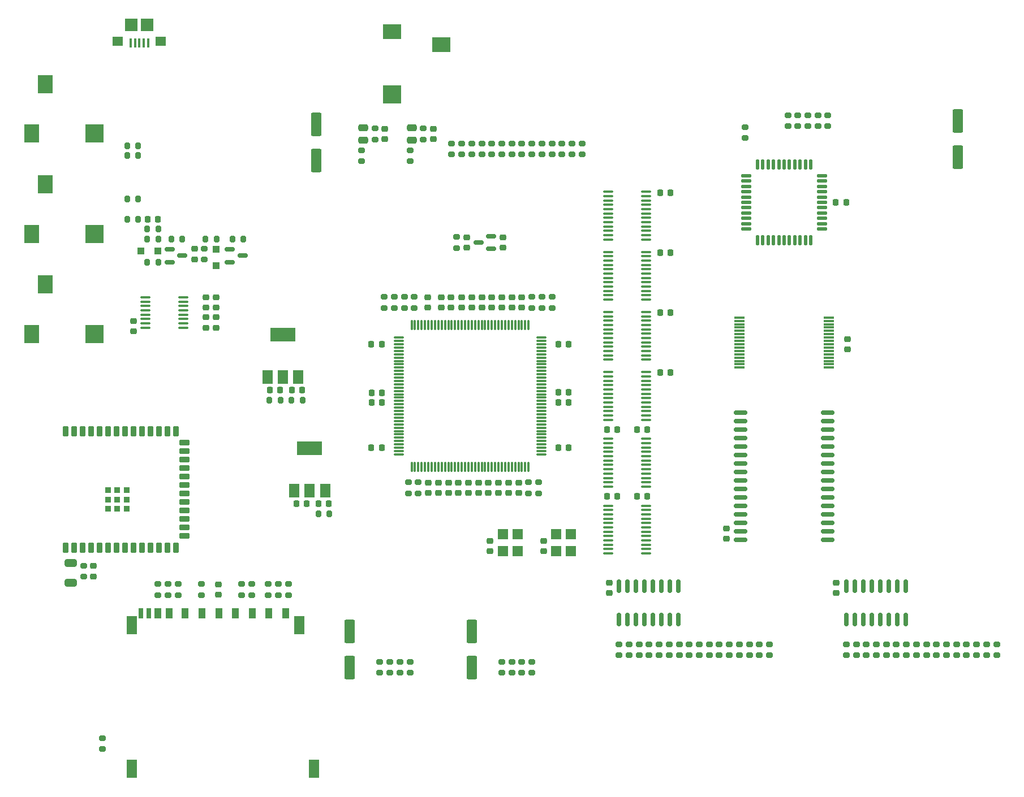
<source format=gtp>
%TF.GenerationSoftware,KiCad,Pcbnew,(6.0.4-0)*%
%TF.CreationDate,2022-05-01T14:36:53+02:00*%
%TF.ProjectId,aquarius-plus,61717561-7269-4757-932d-706c75732e6b,rev?*%
%TF.SameCoordinates,Original*%
%TF.FileFunction,Paste,Top*%
%TF.FilePolarity,Positive*%
%FSLAX46Y46*%
G04 Gerber Fmt 4.6, Leading zero omitted, Abs format (unit mm)*
G04 Created by KiCad (PCBNEW (6.0.4-0)) date 2022-05-01 14:36:53*
%MOMM*%
%LPD*%
G01*
G04 APERTURE LIST*
G04 Aperture macros list*
%AMRoundRect*
0 Rectangle with rounded corners*
0 $1 Rounding radius*
0 $2 $3 $4 $5 $6 $7 $8 $9 X,Y pos of 4 corners*
0 Add a 4 corners polygon primitive as box body*
4,1,4,$2,$3,$4,$5,$6,$7,$8,$9,$2,$3,0*
0 Add four circle primitives for the rounded corners*
1,1,$1+$1,$2,$3*
1,1,$1+$1,$4,$5*
1,1,$1+$1,$6,$7*
1,1,$1+$1,$8,$9*
0 Add four rect primitives between the rounded corners*
20,1,$1+$1,$2,$3,$4,$5,0*
20,1,$1+$1,$4,$5,$6,$7,0*
20,1,$1+$1,$6,$7,$8,$9,0*
20,1,$1+$1,$8,$9,$2,$3,0*%
G04 Aperture macros list end*
%ADD10RoundRect,0.200000X0.275000X-0.200000X0.275000X0.200000X-0.275000X0.200000X-0.275000X-0.200000X0*%
%ADD11RoundRect,0.200000X-0.275000X0.200000X-0.275000X-0.200000X0.275000X-0.200000X0.275000X0.200000X0*%
%ADD12RoundRect,0.225000X0.250000X-0.225000X0.250000X0.225000X-0.250000X0.225000X-0.250000X-0.225000X0*%
%ADD13RoundRect,0.100000X0.637500X0.100000X-0.637500X0.100000X-0.637500X-0.100000X0.637500X-0.100000X0*%
%ADD14RoundRect,0.150000X0.875000X0.150000X-0.875000X0.150000X-0.875000X-0.150000X0.875000X-0.150000X0*%
%ADD15RoundRect,0.225000X-0.250000X0.225000X-0.250000X-0.225000X0.250000X-0.225000X0.250000X0.225000X0*%
%ADD16R,1.500000X2.000000*%
%ADD17R,3.800000X2.000000*%
%ADD18RoundRect,0.075000X-0.662500X-0.075000X0.662500X-0.075000X0.662500X0.075000X-0.662500X0.075000X0*%
%ADD19RoundRect,0.075000X-0.075000X-0.662500X0.075000X-0.662500X0.075000X0.662500X-0.075000X0.662500X0*%
%ADD20RoundRect,0.225000X-0.225000X-0.250000X0.225000X-0.250000X0.225000X0.250000X-0.225000X0.250000X0*%
%ADD21RoundRect,0.225000X0.225000X0.250000X-0.225000X0.250000X-0.225000X-0.250000X0.225000X-0.250000X0*%
%ADD22RoundRect,0.250000X0.475000X-0.250000X0.475000X0.250000X-0.475000X0.250000X-0.475000X-0.250000X0*%
%ADD23RoundRect,0.200000X-0.200000X-0.275000X0.200000X-0.275000X0.200000X0.275000X-0.200000X0.275000X0*%
%ADD24RoundRect,0.150000X-0.587500X-0.150000X0.587500X-0.150000X0.587500X0.150000X-0.587500X0.150000X0*%
%ADD25RoundRect,0.150000X0.587500X0.150000X-0.587500X0.150000X-0.587500X-0.150000X0.587500X-0.150000X0*%
%ADD26RoundRect,0.200000X0.200000X0.275000X-0.200000X0.275000X-0.200000X-0.275000X0.200000X-0.275000X0*%
%ADD27R,2.200000X2.800000*%
%ADD28R,2.800000X2.800000*%
%ADD29R,1.500000X1.600000*%
%ADD30RoundRect,0.100000X-0.637500X-0.100000X0.637500X-0.100000X0.637500X0.100000X-0.637500X0.100000X0*%
%ADD31RoundRect,0.100000X0.100000X0.575000X-0.100000X0.575000X-0.100000X-0.575000X0.100000X-0.575000X0*%
%ADD32R,1.900000X1.900000*%
%ADD33R,1.600000X1.400000*%
%ADD34RoundRect,0.150000X0.150000X-0.825000X0.150000X0.825000X-0.150000X0.825000X-0.150000X-0.825000X0*%
%ADD35RoundRect,0.075000X0.712500X0.075000X-0.712500X0.075000X-0.712500X-0.075000X0.712500X-0.075000X0*%
%ADD36R,1.000000X1.500000*%
%ADD37R,0.700000X1.500000*%
%ADD38R,1.500000X2.800000*%
%ADD39RoundRect,0.137500X0.600000X0.137500X-0.600000X0.137500X-0.600000X-0.137500X0.600000X-0.137500X0*%
%ADD40RoundRect,0.137500X0.137500X0.600000X-0.137500X0.600000X-0.137500X-0.600000X0.137500X-0.600000X0*%
%ADD41RoundRect,0.250000X0.550000X-1.500000X0.550000X1.500000X-0.550000X1.500000X-0.550000X-1.500000X0*%
%ADD42RoundRect,0.250000X-0.550000X1.500000X-0.550000X-1.500000X0.550000X-1.500000X0.550000X1.500000X0*%
%ADD43R,1.000000X1.000000*%
%ADD44RoundRect,0.250000X-0.650000X0.325000X-0.650000X-0.325000X0.650000X-0.325000X0.650000X0.325000X0*%
%ADD45R,2.800000X2.200000*%
%ADD46RoundRect,0.225000X0.225000X0.525000X-0.225000X0.525000X-0.225000X-0.525000X0.225000X-0.525000X0*%
%ADD47RoundRect,0.225000X-0.525000X0.225000X-0.525000X-0.225000X0.525000X-0.225000X0.525000X0.225000X0*%
%ADD48RoundRect,0.225000X-0.225000X-0.525000X0.225000X-0.525000X0.225000X0.525000X-0.225000X0.525000X0*%
%ADD49RoundRect,0.225000X-0.225000X-0.225000X0.225000X-0.225000X0.225000X0.225000X-0.225000X0.225000X0*%
G04 APERTURE END LIST*
D10*
%TO.C,R84*%
X207300000Y-130825000D03*
X207300000Y-129175000D03*
%TD*%
D11*
%TO.C,R69*%
X159800000Y-129175000D03*
X159800000Y-130825000D03*
%TD*%
%TO.C,R49*%
X183550000Y-49925000D03*
X183550000Y-51575000D03*
%TD*%
D12*
%TO.C,C19*%
X140750000Y-78775000D03*
X140750000Y-77225000D03*
%TD*%
D10*
%TO.C,R27*%
X75150000Y-119075000D03*
X75150000Y-117425000D03*
%TD*%
D13*
%TO.C,U3*%
X90112500Y-81775000D03*
X90112500Y-81125000D03*
X90112500Y-80475000D03*
X90112500Y-79825000D03*
X90112500Y-79175000D03*
X90112500Y-78525000D03*
X90112500Y-77875000D03*
X90112500Y-77225000D03*
X84387500Y-77225000D03*
X84387500Y-77875000D03*
X84387500Y-78525000D03*
X84387500Y-79175000D03*
X84387500Y-79825000D03*
X84387500Y-80475000D03*
X84387500Y-81125000D03*
X84387500Y-81775000D03*
%TD*%
D11*
%TO.C,R92*%
X208800000Y-129175000D03*
X208800000Y-130825000D03*
%TD*%
D14*
%TO.C,U10*%
X186550000Y-113525000D03*
X186550000Y-112255000D03*
X186550000Y-110985000D03*
X186550000Y-109715000D03*
X186550000Y-108445000D03*
X186550000Y-107175000D03*
X186550000Y-105905000D03*
X186550000Y-104635000D03*
X186550000Y-103365000D03*
X186550000Y-102095000D03*
X186550000Y-100825000D03*
X186550000Y-99555000D03*
X186550000Y-98285000D03*
X186550000Y-97015000D03*
X186550000Y-95745000D03*
X186550000Y-94475000D03*
X173450000Y-94475000D03*
X173450000Y-95745000D03*
X173450000Y-97015000D03*
X173450000Y-98285000D03*
X173450000Y-99555000D03*
X173450000Y-100825000D03*
X173450000Y-102095000D03*
X173450000Y-103365000D03*
X173450000Y-104635000D03*
X173450000Y-105905000D03*
X173450000Y-107175000D03*
X173450000Y-108445000D03*
X173450000Y-109715000D03*
X173450000Y-110985000D03*
X173450000Y-112255000D03*
X173450000Y-113525000D03*
%TD*%
D11*
%TO.C,R70*%
X156800000Y-129175000D03*
X156800000Y-130825000D03*
%TD*%
%TO.C,R16*%
X104300000Y-120175000D03*
X104300000Y-121825000D03*
%TD*%
D10*
%TO.C,R60*%
X161300000Y-130825000D03*
X161300000Y-129175000D03*
%TD*%
%TO.C,R40*%
X140750000Y-55825000D03*
X140750000Y-54175000D03*
%TD*%
%TO.C,R42*%
X143750000Y-55825000D03*
X143750000Y-54175000D03*
%TD*%
D15*
%TO.C,C10*%
X134250000Y-104975000D03*
X134250000Y-106525000D03*
%TD*%
D10*
%TO.C,R100*%
X131000000Y-69825000D03*
X131000000Y-68175000D03*
%TD*%
%TO.C,R86*%
X201300000Y-130825000D03*
X201300000Y-129175000D03*
%TD*%
D12*
%TO.C,C59*%
X171350000Y-113375000D03*
X171350000Y-111825000D03*
%TD*%
D10*
%TO.C,R59*%
X164300000Y-130825000D03*
X164300000Y-129175000D03*
%TD*%
D12*
%TO.C,C46*%
X127500000Y-53525000D03*
X127500000Y-51975000D03*
%TD*%
D16*
%TO.C,U17*%
X102700000Y-89150000D03*
X105000000Y-89150000D03*
D17*
X105000000Y-82850000D03*
D16*
X107300000Y-89150000D03*
%TD*%
D11*
%TO.C,R17*%
X102800000Y-120175000D03*
X102800000Y-121825000D03*
%TD*%
D15*
%TO.C,C22*%
X138750000Y-104975000D03*
X138750000Y-106525000D03*
%TD*%
D12*
%TO.C,C20*%
X131750000Y-78775000D03*
X131750000Y-77225000D03*
%TD*%
D18*
%TO.C,U1*%
X122337500Y-83250000D03*
X122337500Y-83750000D03*
X122337500Y-84250000D03*
X122337500Y-84750000D03*
X122337500Y-85250000D03*
X122337500Y-85750000D03*
X122337500Y-86250000D03*
X122337500Y-86750000D03*
X122337500Y-87250000D03*
X122337500Y-87750000D03*
X122337500Y-88250000D03*
X122337500Y-88750000D03*
X122337500Y-89250000D03*
X122337500Y-89750000D03*
X122337500Y-90250000D03*
X122337500Y-90750000D03*
X122337500Y-91250000D03*
X122337500Y-91750000D03*
X122337500Y-92250000D03*
X122337500Y-92750000D03*
X122337500Y-93250000D03*
X122337500Y-93750000D03*
X122337500Y-94250000D03*
X122337500Y-94750000D03*
X122337500Y-95250000D03*
X122337500Y-95750000D03*
X122337500Y-96250000D03*
X122337500Y-96750000D03*
X122337500Y-97250000D03*
X122337500Y-97750000D03*
X122337500Y-98250000D03*
X122337500Y-98750000D03*
X122337500Y-99250000D03*
X122337500Y-99750000D03*
X122337500Y-100250000D03*
X122337500Y-100750000D03*
D19*
X124250000Y-102662500D03*
X124750000Y-102662500D03*
X125250000Y-102662500D03*
X125750000Y-102662500D03*
X126250000Y-102662500D03*
X126750000Y-102662500D03*
X127250000Y-102662500D03*
X127750000Y-102662500D03*
X128250000Y-102662500D03*
X128750000Y-102662500D03*
X129250000Y-102662500D03*
X129750000Y-102662500D03*
X130250000Y-102662500D03*
X130750000Y-102662500D03*
X131250000Y-102662500D03*
X131750000Y-102662500D03*
X132250000Y-102662500D03*
X132750000Y-102662500D03*
X133250000Y-102662500D03*
X133750000Y-102662500D03*
X134250000Y-102662500D03*
X134750000Y-102662500D03*
X135250000Y-102662500D03*
X135750000Y-102662500D03*
X136250000Y-102662500D03*
X136750000Y-102662500D03*
X137250000Y-102662500D03*
X137750000Y-102662500D03*
X138250000Y-102662500D03*
X138750000Y-102662500D03*
X139250000Y-102662500D03*
X139750000Y-102662500D03*
X140250000Y-102662500D03*
X140750000Y-102662500D03*
X141250000Y-102662500D03*
X141750000Y-102662500D03*
D18*
X143662500Y-100750000D03*
X143662500Y-100250000D03*
X143662500Y-99750000D03*
X143662500Y-99250000D03*
X143662500Y-98750000D03*
X143662500Y-98250000D03*
X143662500Y-97750000D03*
X143662500Y-97250000D03*
X143662500Y-96750000D03*
X143662500Y-96250000D03*
X143662500Y-95750000D03*
X143662500Y-95250000D03*
X143662500Y-94750000D03*
X143662500Y-94250000D03*
X143662500Y-93750000D03*
X143662500Y-93250000D03*
X143662500Y-92750000D03*
X143662500Y-92250000D03*
X143662500Y-91750000D03*
X143662500Y-91250000D03*
X143662500Y-90750000D03*
X143662500Y-90250000D03*
X143662500Y-89750000D03*
X143662500Y-89250000D03*
X143662500Y-88750000D03*
X143662500Y-88250000D03*
X143662500Y-87750000D03*
X143662500Y-87250000D03*
X143662500Y-86750000D03*
X143662500Y-86250000D03*
X143662500Y-85750000D03*
X143662500Y-85250000D03*
X143662500Y-84750000D03*
X143662500Y-84250000D03*
X143662500Y-83750000D03*
X143662500Y-83250000D03*
D19*
X141750000Y-81337500D03*
X141250000Y-81337500D03*
X140750000Y-81337500D03*
X140250000Y-81337500D03*
X139750000Y-81337500D03*
X139250000Y-81337500D03*
X138750000Y-81337500D03*
X138250000Y-81337500D03*
X137750000Y-81337500D03*
X137250000Y-81337500D03*
X136750000Y-81337500D03*
X136250000Y-81337500D03*
X135750000Y-81337500D03*
X135250000Y-81337500D03*
X134750000Y-81337500D03*
X134250000Y-81337500D03*
X133750000Y-81337500D03*
X133250000Y-81337500D03*
X132750000Y-81337500D03*
X132250000Y-81337500D03*
X131750000Y-81337500D03*
X131250000Y-81337500D03*
X130750000Y-81337500D03*
X130250000Y-81337500D03*
X129750000Y-81337500D03*
X129250000Y-81337500D03*
X128750000Y-81337500D03*
X128250000Y-81337500D03*
X127750000Y-81337500D03*
X127250000Y-81337500D03*
X126750000Y-81337500D03*
X126250000Y-81337500D03*
X125750000Y-81337500D03*
X125250000Y-81337500D03*
X124750000Y-81337500D03*
X124250000Y-81337500D03*
%TD*%
D10*
%TO.C,R35*%
X133250000Y-55825000D03*
X133250000Y-54175000D03*
%TD*%
%TO.C,R3*%
X123750000Y-106575000D03*
X123750000Y-104925000D03*
%TD*%
D20*
%TO.C,C9*%
X146225000Y-91450000D03*
X147775000Y-91450000D03*
%TD*%
D11*
%TO.C,R93*%
X205800000Y-129175000D03*
X205800000Y-130825000D03*
%TD*%
%TO.C,R51*%
X180550000Y-49925000D03*
X180550000Y-51575000D03*
%TD*%
D21*
%TO.C,C65*%
X108575000Y-108150000D03*
X107025000Y-108150000D03*
%TD*%
D11*
%TO.C,R65*%
X171800000Y-129175000D03*
X171800000Y-130825000D03*
%TD*%
D10*
%TO.C,R76*%
X121000000Y-133465000D03*
X121000000Y-131815000D03*
%TD*%
%TO.C,R11*%
X143750000Y-78825000D03*
X143750000Y-77175000D03*
%TD*%
D22*
%TO.C,C49*%
X124250000Y-53700000D03*
X124250000Y-51800000D03*
%TD*%
D11*
%TO.C,R52*%
X186550000Y-49925000D03*
X186550000Y-51575000D03*
%TD*%
D23*
%TO.C,R14*%
X81675000Y-65500000D03*
X83325000Y-65500000D03*
%TD*%
D24*
%TO.C,Q2*%
X97062500Y-70050000D03*
X97062500Y-71950000D03*
X98937500Y-71000000D03*
%TD*%
D15*
%TO.C,C63*%
X132500000Y-68225000D03*
X132500000Y-69775000D03*
%TD*%
D25*
%TO.C,U16*%
X136137500Y-69950000D03*
X136137500Y-68050000D03*
X134262500Y-69000000D03*
%TD*%
D11*
%TO.C,R78*%
X119500000Y-131815000D03*
X119500000Y-133465000D03*
%TD*%
D10*
%TO.C,R8*%
X123150000Y-78825000D03*
X123150000Y-77175000D03*
%TD*%
D15*
%TO.C,C6*%
X135750000Y-104975000D03*
X135750000Y-106525000D03*
%TD*%
D12*
%TO.C,C16*%
X130150000Y-78775000D03*
X130150000Y-77225000D03*
%TD*%
D10*
%TO.C,R2*%
X145250000Y-78825000D03*
X145250000Y-77175000D03*
%TD*%
%TO.C,R71*%
X116750000Y-56825000D03*
X116750000Y-55175000D03*
%TD*%
D26*
%TO.C,R21*%
X83325000Y-54500000D03*
X81675000Y-54500000D03*
%TD*%
D27*
%TO.C,J1*%
X69400000Y-60300000D03*
X67400000Y-67700000D03*
D28*
X76800000Y-67700000D03*
%TD*%
D23*
%TO.C,R15*%
X81675000Y-62500000D03*
X83325000Y-62500000D03*
%TD*%
D11*
%TO.C,R95*%
X199800000Y-129175000D03*
X199800000Y-130825000D03*
%TD*%
D15*
%TO.C,C66*%
X137900000Y-68225000D03*
X137900000Y-69775000D03*
%TD*%
D12*
%TO.C,C34*%
X95300000Y-121775000D03*
X95300000Y-120225000D03*
%TD*%
D21*
%TO.C,C62*%
X111875000Y-108150000D03*
X110325000Y-108150000D03*
%TD*%
D10*
%TO.C,R55*%
X176300000Y-130825000D03*
X176300000Y-129175000D03*
%TD*%
D20*
%TO.C,C42*%
X161425000Y-79550000D03*
X162975000Y-79550000D03*
%TD*%
D10*
%TO.C,R56*%
X173300000Y-130825000D03*
X173300000Y-129175000D03*
%TD*%
D29*
%TO.C,X2*%
X140100000Y-115270000D03*
X140100000Y-112730000D03*
X137900000Y-112730000D03*
X137900000Y-115270000D03*
%TD*%
D23*
%TO.C,R29*%
X84675000Y-72000000D03*
X86325000Y-72000000D03*
%TD*%
D21*
%TO.C,C60*%
X159500000Y-107000000D03*
X157950000Y-107000000D03*
%TD*%
D12*
%TO.C,C31*%
X93500000Y-81775000D03*
X93500000Y-80225000D03*
%TD*%
D10*
%TO.C,R5*%
X120150000Y-78825000D03*
X120150000Y-77175000D03*
%TD*%
D30*
%TO.C,U11*%
X153637500Y-98425000D03*
X153637500Y-99075000D03*
X153637500Y-99725000D03*
X153637500Y-100375000D03*
X153637500Y-101025000D03*
X153637500Y-101675000D03*
X153637500Y-102325000D03*
X153637500Y-102975000D03*
X153637500Y-103625000D03*
X153637500Y-104275000D03*
X153637500Y-104925000D03*
X153637500Y-105575000D03*
X159362500Y-105575000D03*
X159362500Y-104925000D03*
X159362500Y-104275000D03*
X159362500Y-103625000D03*
X159362500Y-102975000D03*
X159362500Y-102325000D03*
X159362500Y-101675000D03*
X159362500Y-101025000D03*
X159362500Y-100375000D03*
X159362500Y-99725000D03*
X159362500Y-99075000D03*
X159362500Y-98425000D03*
%TD*%
D15*
%TO.C,C38*%
X95000000Y-80225000D03*
X95000000Y-81775000D03*
%TD*%
D10*
%TO.C,R46*%
X149750000Y-55825000D03*
X149750000Y-54175000D03*
%TD*%
D23*
%TO.C,R99*%
X110275000Y-109650000D03*
X111925000Y-109650000D03*
%TD*%
D10*
%TO.C,R41*%
X142250000Y-55825000D03*
X142250000Y-54175000D03*
%TD*%
D11*
%TO.C,R13*%
X98800000Y-120175000D03*
X98800000Y-121825000D03*
%TD*%
%TO.C,R81*%
X118750000Y-51925000D03*
X118750000Y-53575000D03*
%TD*%
D10*
%TO.C,R34*%
X131750000Y-55825000D03*
X131750000Y-54175000D03*
%TD*%
%TO.C,R75*%
X122500000Y-133465000D03*
X122500000Y-131815000D03*
%TD*%
D15*
%TO.C,C1*%
X129750000Y-104975000D03*
X129750000Y-106525000D03*
%TD*%
%TO.C,C7*%
X137250000Y-104975000D03*
X137250000Y-106525000D03*
%TD*%
D12*
%TO.C,C26*%
X139250000Y-78775000D03*
X139250000Y-77225000D03*
%TD*%
D11*
%TO.C,R67*%
X165800000Y-129175000D03*
X165800000Y-130825000D03*
%TD*%
D12*
%TO.C,C25*%
X134750000Y-78775000D03*
X134750000Y-77225000D03*
%TD*%
D11*
%TO.C,R30*%
X93250000Y-69925000D03*
X93250000Y-71575000D03*
%TD*%
D10*
%TO.C,R24*%
X86300000Y-121825000D03*
X86300000Y-120175000D03*
%TD*%
D31*
%TO.C,J13*%
X84800000Y-39125000D03*
X84150000Y-39125000D03*
X83500000Y-39125000D03*
X82850000Y-39125000D03*
X82200000Y-39125000D03*
D32*
X82300000Y-36450000D03*
D33*
X86700000Y-38900000D03*
D32*
X84700000Y-36450000D03*
D33*
X80300000Y-38900000D03*
%TD*%
D11*
%TO.C,R48*%
X185050000Y-49925000D03*
X185050000Y-51575000D03*
%TD*%
%TO.C,R97*%
X193800000Y-129175000D03*
X193800000Y-130825000D03*
%TD*%
%TO.C,R63*%
X177800000Y-129175000D03*
X177800000Y-130825000D03*
%TD*%
D16*
%TO.C,U15*%
X106700000Y-106150000D03*
X109000000Y-106150000D03*
D17*
X109000000Y-99850000D03*
D16*
X111300000Y-106150000D03*
%TD*%
D11*
%TO.C,R94*%
X202800000Y-129175000D03*
X202800000Y-130825000D03*
%TD*%
D10*
%TO.C,R39*%
X139250000Y-55825000D03*
X139250000Y-54175000D03*
%TD*%
D20*
%TO.C,C35*%
X161450000Y-61550000D03*
X163000000Y-61550000D03*
%TD*%
D26*
%TO.C,R25*%
X86325000Y-67000000D03*
X84675000Y-67000000D03*
%TD*%
D15*
%TO.C,C23*%
X132750000Y-104975000D03*
X132750000Y-106525000D03*
%TD*%
D21*
%TO.C,C13*%
X119775000Y-99750000D03*
X118225000Y-99750000D03*
%TD*%
D12*
%TO.C,C55*%
X189500000Y-85025000D03*
X189500000Y-83475000D03*
%TD*%
%TO.C,C11*%
X136250000Y-78775000D03*
X136250000Y-77225000D03*
%TD*%
D27*
%TO.C,J4*%
X69400000Y-75300000D03*
X67400000Y-82700000D03*
D28*
X76800000Y-82700000D03*
%TD*%
D24*
%TO.C,Q1*%
X88062500Y-70050000D03*
X88062500Y-71950000D03*
X89937500Y-71000000D03*
%TD*%
D10*
%TO.C,R43*%
X145250000Y-55825000D03*
X145250000Y-54175000D03*
%TD*%
%TO.C,R44*%
X146750000Y-55825000D03*
X146750000Y-54175000D03*
%TD*%
%TO.C,R62*%
X155300000Y-130825000D03*
X155300000Y-129175000D03*
%TD*%
D11*
%TO.C,R6*%
X125250000Y-104925000D03*
X125250000Y-106575000D03*
%TD*%
%TO.C,R7*%
X141750000Y-104925000D03*
X141750000Y-106575000D03*
%TD*%
D23*
%TO.C,R102*%
X102975000Y-92650000D03*
X104625000Y-92650000D03*
%TD*%
D15*
%TO.C,C36*%
X76650000Y-117475000D03*
X76650000Y-119025000D03*
%TD*%
D34*
%TO.C,U12*%
X189305000Y-125475000D03*
X190575000Y-125475000D03*
X191845000Y-125475000D03*
X193115000Y-125475000D03*
X194385000Y-125475000D03*
X195655000Y-125475000D03*
X196925000Y-125475000D03*
X198195000Y-125475000D03*
X198195000Y-120525000D03*
X196925000Y-120525000D03*
X195655000Y-120525000D03*
X194385000Y-120525000D03*
X193115000Y-120525000D03*
X191845000Y-120525000D03*
X190575000Y-120525000D03*
X189305000Y-120525000D03*
%TD*%
D35*
%TO.C,U13*%
X186687500Y-87750000D03*
X186687500Y-87250000D03*
X186687500Y-86750000D03*
X186687500Y-86250000D03*
X186687500Y-85750000D03*
X186687500Y-85250000D03*
X186687500Y-84750000D03*
X186687500Y-84250000D03*
X186687500Y-83750000D03*
X186687500Y-83250000D03*
X186687500Y-82750000D03*
X186687500Y-82250000D03*
X186687500Y-81750000D03*
X186687500Y-81250000D03*
X186687500Y-80750000D03*
X186687500Y-80250000D03*
X173312500Y-80250000D03*
X173312500Y-80750000D03*
X173312500Y-81250000D03*
X173312500Y-81750000D03*
X173312500Y-82250000D03*
X173312500Y-82750000D03*
X173312500Y-83250000D03*
X173312500Y-83750000D03*
X173312500Y-84250000D03*
X173312500Y-84750000D03*
X173312500Y-85250000D03*
X173312500Y-85750000D03*
X173312500Y-86250000D03*
X173312500Y-86750000D03*
X173312500Y-87250000D03*
X173312500Y-87750000D03*
%TD*%
D10*
%TO.C,R90*%
X189300000Y-130825000D03*
X189300000Y-129175000D03*
%TD*%
D23*
%TO.C,R26*%
X84675000Y-68500000D03*
X86325000Y-68500000D03*
%TD*%
D11*
%TO.C,R54*%
X78000000Y-143225000D03*
X78000000Y-144875000D03*
%TD*%
D36*
%TO.C,J3*%
X102875000Y-124525000D03*
X100375000Y-124525000D03*
X97875000Y-124525000D03*
X95375000Y-124525000D03*
X92875000Y-124525000D03*
X90375000Y-124525000D03*
X87945000Y-124525000D03*
X86245000Y-124525000D03*
X105375000Y-124525000D03*
D37*
X84945000Y-124525000D03*
X83745000Y-124525000D03*
D38*
X107450000Y-126325000D03*
X109650000Y-147825000D03*
X82350000Y-126325000D03*
X82350000Y-147825000D03*
%TD*%
D11*
%TO.C,R80*%
X124000000Y-131815000D03*
X124000000Y-133465000D03*
%TD*%
D15*
%TO.C,C58*%
X187800000Y-119975000D03*
X187800000Y-121525000D03*
%TD*%
D10*
%TO.C,R57*%
X170300000Y-130825000D03*
X170300000Y-129175000D03*
%TD*%
D11*
%TO.C,R19*%
X92800000Y-120175000D03*
X92800000Y-121825000D03*
%TD*%
%TO.C,R64*%
X174800000Y-129175000D03*
X174800000Y-130825000D03*
%TD*%
D20*
%TO.C,C44*%
X187725000Y-63000000D03*
X189275000Y-63000000D03*
%TD*%
D11*
%TO.C,R50*%
X182050000Y-49925000D03*
X182050000Y-51575000D03*
%TD*%
D39*
%TO.C,U7*%
X185662500Y-67000000D03*
X185662500Y-66200000D03*
X185662500Y-65400000D03*
X185662500Y-64600000D03*
X185662500Y-63800000D03*
X185662500Y-63000000D03*
X185662500Y-62200000D03*
X185662500Y-61400000D03*
X185662500Y-60600000D03*
X185662500Y-59800000D03*
X185662500Y-59000000D03*
D40*
X184000000Y-57337500D03*
X183200000Y-57337500D03*
X182400000Y-57337500D03*
X181600000Y-57337500D03*
X180800000Y-57337500D03*
X180000000Y-57337500D03*
X179200000Y-57337500D03*
X178400000Y-57337500D03*
X177600000Y-57337500D03*
X176800000Y-57337500D03*
X176000000Y-57337500D03*
D39*
X174337500Y-59000000D03*
X174337500Y-59800000D03*
X174337500Y-60600000D03*
X174337500Y-61400000D03*
X174337500Y-62200000D03*
X174337500Y-63000000D03*
X174337500Y-63800000D03*
X174337500Y-64600000D03*
X174337500Y-65400000D03*
X174337500Y-66200000D03*
X174337500Y-67000000D03*
D40*
X176000000Y-68662500D03*
X176800000Y-68662500D03*
X177600000Y-68662500D03*
X178400000Y-68662500D03*
X179200000Y-68662500D03*
X180000000Y-68662500D03*
X180800000Y-68662500D03*
X181600000Y-68662500D03*
X182400000Y-68662500D03*
X183200000Y-68662500D03*
X184000000Y-68662500D03*
%TD*%
D26*
%TO.C,R31*%
X95075000Y-68500000D03*
X93425000Y-68500000D03*
%TD*%
D10*
%TO.C,R74*%
X139250000Y-133465000D03*
X139250000Y-131815000D03*
%TD*%
D11*
%TO.C,R96*%
X196800000Y-129175000D03*
X196800000Y-130825000D03*
%TD*%
D30*
%TO.C,U6*%
X153637500Y-88425000D03*
X153637500Y-89075000D03*
X153637500Y-89725000D03*
X153637500Y-90375000D03*
X153637500Y-91025000D03*
X153637500Y-91675000D03*
X153637500Y-92325000D03*
X153637500Y-92975000D03*
X153637500Y-93625000D03*
X153637500Y-94275000D03*
X153637500Y-94925000D03*
X153637500Y-95575000D03*
X159362500Y-95575000D03*
X159362500Y-94925000D03*
X159362500Y-94275000D03*
X159362500Y-93625000D03*
X159362500Y-92975000D03*
X159362500Y-92325000D03*
X159362500Y-91675000D03*
X159362500Y-91025000D03*
X159362500Y-90375000D03*
X159362500Y-89725000D03*
X159362500Y-89075000D03*
X159362500Y-88425000D03*
%TD*%
D12*
%TO.C,C30*%
X136000000Y-115275000D03*
X136000000Y-113725000D03*
%TD*%
D10*
%TO.C,R85*%
X204300000Y-130825000D03*
X204300000Y-129175000D03*
%TD*%
D21*
%TO.C,C5*%
X119800000Y-93000000D03*
X118250000Y-93000000D03*
%TD*%
D10*
%TO.C,R72*%
X124000000Y-56825000D03*
X124000000Y-55175000D03*
%TD*%
D20*
%TO.C,C52*%
X153475000Y-97000000D03*
X155025000Y-97000000D03*
%TD*%
D30*
%TO.C,U2*%
X153637500Y-61425000D03*
X153637500Y-62075000D03*
X153637500Y-62725000D03*
X153637500Y-63375000D03*
X153637500Y-64025000D03*
X153637500Y-64675000D03*
X153637500Y-65325000D03*
X153637500Y-65975000D03*
X153637500Y-66625000D03*
X153637500Y-67275000D03*
X153637500Y-67925000D03*
X153637500Y-68575000D03*
X159362500Y-68575000D03*
X159362500Y-67925000D03*
X159362500Y-67275000D03*
X159362500Y-66625000D03*
X159362500Y-65975000D03*
X159362500Y-65325000D03*
X159362500Y-64675000D03*
X159362500Y-64025000D03*
X159362500Y-63375000D03*
X159362500Y-62725000D03*
X159362500Y-62075000D03*
X159362500Y-61425000D03*
%TD*%
D10*
%TO.C,R88*%
X195300000Y-130825000D03*
X195300000Y-129175000D03*
%TD*%
%TO.C,R89*%
X192300000Y-130825000D03*
X192300000Y-129175000D03*
%TD*%
D11*
%TO.C,R18*%
X100300000Y-120175000D03*
X100300000Y-121825000D03*
%TD*%
D10*
%TO.C,R38*%
X137750000Y-55825000D03*
X137750000Y-54175000D03*
%TD*%
%TO.C,R36*%
X134750000Y-55825000D03*
X134750000Y-54175000D03*
%TD*%
D12*
%TO.C,C32*%
X93500000Y-78775000D03*
X93500000Y-77225000D03*
%TD*%
D41*
%TO.C,C53*%
X133250000Y-132700000D03*
X133250000Y-127300000D03*
%TD*%
D11*
%TO.C,R82*%
X126000000Y-51925000D03*
X126000000Y-53575000D03*
%TD*%
D20*
%TO.C,C33*%
X84725000Y-65500000D03*
X86275000Y-65500000D03*
%TD*%
D26*
%TO.C,R23*%
X83325000Y-56000000D03*
X81675000Y-56000000D03*
%TD*%
D11*
%TO.C,R91*%
X211800000Y-129175000D03*
X211800000Y-130825000D03*
%TD*%
D21*
%TO.C,C8*%
X119800000Y-91500000D03*
X118250000Y-91500000D03*
%TD*%
D11*
%TO.C,R77*%
X137750000Y-131815000D03*
X137750000Y-133465000D03*
%TD*%
D20*
%TO.C,C43*%
X161425000Y-88500000D03*
X162975000Y-88500000D03*
%TD*%
D21*
%TO.C,C56*%
X159525000Y-97000000D03*
X157975000Y-97000000D03*
%TD*%
D42*
%TO.C,C54*%
X110000000Y-51300000D03*
X110000000Y-56700000D03*
%TD*%
D15*
%TO.C,C18*%
X126750000Y-104975000D03*
X126750000Y-106525000D03*
%TD*%
D34*
%TO.C,U9*%
X155305000Y-125475000D03*
X156575000Y-125475000D03*
X157845000Y-125475000D03*
X159115000Y-125475000D03*
X160385000Y-125475000D03*
X161655000Y-125475000D03*
X162925000Y-125475000D03*
X164195000Y-125475000D03*
X164195000Y-120525000D03*
X162925000Y-120525000D03*
X161655000Y-120525000D03*
X160385000Y-120525000D03*
X159115000Y-120525000D03*
X157845000Y-120525000D03*
X156575000Y-120525000D03*
X155305000Y-120525000D03*
%TD*%
D12*
%TO.C,C41*%
X82600000Y-82325000D03*
X82600000Y-80775000D03*
%TD*%
D10*
%TO.C,R9*%
X143250000Y-106575000D03*
X143250000Y-104925000D03*
%TD*%
D12*
%TO.C,C45*%
X120250000Y-53525000D03*
X120250000Y-51975000D03*
%TD*%
D43*
%TO.C,D2*%
X95000000Y-70000000D03*
X95000000Y-72500000D03*
%TD*%
D29*
%TO.C,X1*%
X148100000Y-115270000D03*
X148100000Y-112730000D03*
X145900000Y-112730000D03*
X145900000Y-115270000D03*
%TD*%
D11*
%TO.C,R66*%
X168800000Y-129175000D03*
X168800000Y-130825000D03*
%TD*%
D10*
%TO.C,R10*%
X124650000Y-78825000D03*
X124650000Y-77175000D03*
%TD*%
D12*
%TO.C,C40*%
X91750000Y-71525000D03*
X91750000Y-69975000D03*
%TD*%
D10*
%TO.C,R1*%
X142250000Y-78825000D03*
X142250000Y-77175000D03*
%TD*%
D41*
%TO.C,C47*%
X115000000Y-132700000D03*
X115000000Y-127300000D03*
%TD*%
D11*
%TO.C,R98*%
X190800000Y-129175000D03*
X190800000Y-130825000D03*
%TD*%
D30*
%TO.C,U4*%
X153637500Y-79425000D03*
X153637500Y-80075000D03*
X153637500Y-80725000D03*
X153637500Y-81375000D03*
X153637500Y-82025000D03*
X153637500Y-82675000D03*
X153637500Y-83325000D03*
X153637500Y-83975000D03*
X153637500Y-84625000D03*
X153637500Y-85275000D03*
X153637500Y-85925000D03*
X153637500Y-86575000D03*
X159362500Y-86575000D03*
X159362500Y-85925000D03*
X159362500Y-85275000D03*
X159362500Y-84625000D03*
X159362500Y-83975000D03*
X159362500Y-83325000D03*
X159362500Y-82675000D03*
X159362500Y-82025000D03*
X159362500Y-81375000D03*
X159362500Y-80725000D03*
X159362500Y-80075000D03*
X159362500Y-79425000D03*
%TD*%
D20*
%TO.C,C57*%
X153475000Y-107000000D03*
X155025000Y-107000000D03*
%TD*%
D44*
%TO.C,C37*%
X73250000Y-117025000D03*
X73250000Y-119975000D03*
%TD*%
D15*
%TO.C,C39*%
X95000000Y-77225000D03*
X95000000Y-78775000D03*
%TD*%
D45*
%TO.C,J10*%
X128700000Y-39400000D03*
X121300000Y-37400000D03*
D28*
X121300000Y-46800000D03*
%TD*%
D12*
%TO.C,C24*%
X133250000Y-78775000D03*
X133250000Y-77225000D03*
%TD*%
%TO.C,C17*%
X128650000Y-78775000D03*
X128650000Y-77225000D03*
%TD*%
D11*
%TO.C,R12*%
X89300000Y-120175000D03*
X89300000Y-121825000D03*
%TD*%
D12*
%TO.C,C29*%
X144000000Y-115275000D03*
X144000000Y-113725000D03*
%TD*%
D21*
%TO.C,C64*%
X107875000Y-91150000D03*
X106325000Y-91150000D03*
%TD*%
D12*
%TO.C,C12*%
X137750000Y-78775000D03*
X137750000Y-77225000D03*
%TD*%
D26*
%TO.C,R32*%
X99075000Y-68500000D03*
X97425000Y-68500000D03*
%TD*%
D23*
%TO.C,R101*%
X106275000Y-92650000D03*
X107925000Y-92650000D03*
%TD*%
D10*
%TO.C,R33*%
X130250000Y-55825000D03*
X130250000Y-54175000D03*
%TD*%
D12*
%TO.C,C28*%
X126650000Y-78775000D03*
X126650000Y-77225000D03*
%TD*%
D10*
%TO.C,R45*%
X148250000Y-55825000D03*
X148250000Y-54175000D03*
%TD*%
D46*
%TO.C,U5*%
X72490000Y-114750000D03*
X73760000Y-114750000D03*
X75030000Y-114750000D03*
X76300000Y-114750000D03*
X77570000Y-114750000D03*
X78840000Y-114750000D03*
X80110000Y-114750000D03*
X81380000Y-114750000D03*
X82650000Y-114750000D03*
X83920000Y-114750000D03*
X85190000Y-114750000D03*
X86460000Y-114750000D03*
X87730000Y-114750000D03*
X89000000Y-114750000D03*
D47*
X90250000Y-112985000D03*
X90250000Y-111715000D03*
X90250000Y-110445000D03*
X90250000Y-109175000D03*
X90250000Y-107905000D03*
X90250000Y-106635000D03*
X90250000Y-105365000D03*
X90250000Y-104095000D03*
X90250000Y-102825000D03*
X90250000Y-101555000D03*
X90250000Y-100285000D03*
X90250000Y-99015000D03*
D48*
X89000000Y-97250000D03*
X87730000Y-97250000D03*
X86460000Y-97250000D03*
X85190000Y-97250000D03*
X83920000Y-97250000D03*
X82650000Y-97250000D03*
X81380000Y-97250000D03*
X80110000Y-97250000D03*
X78840000Y-97250000D03*
X77570000Y-97250000D03*
X76300000Y-97250000D03*
X75030000Y-97250000D03*
X73760000Y-97250000D03*
X72490000Y-97250000D03*
D49*
X80210000Y-107500000D03*
X78810000Y-107500000D03*
X78810000Y-108900000D03*
X81610000Y-106100000D03*
X80210000Y-106100000D03*
X78810000Y-106100000D03*
X80210000Y-108900000D03*
X81610000Y-107500000D03*
X81610000Y-108900000D03*
%TD*%
D10*
%TO.C,R58*%
X167300000Y-130825000D03*
X167300000Y-129175000D03*
%TD*%
D21*
%TO.C,C67*%
X104575000Y-91150000D03*
X103025000Y-91150000D03*
%TD*%
%TO.C,C3*%
X119775000Y-84250000D03*
X118225000Y-84250000D03*
%TD*%
D11*
%TO.C,R4*%
X121650000Y-77175000D03*
X121650000Y-78825000D03*
%TD*%
D20*
%TO.C,C4*%
X146225000Y-99750000D03*
X147775000Y-99750000D03*
%TD*%
D11*
%TO.C,R47*%
X174150000Y-51725000D03*
X174150000Y-53375000D03*
%TD*%
D15*
%TO.C,C51*%
X153800000Y-119975000D03*
X153800000Y-121525000D03*
%TD*%
D30*
%TO.C,U14*%
X153637500Y-108425000D03*
X153637500Y-109075000D03*
X153637500Y-109725000D03*
X153637500Y-110375000D03*
X153637500Y-111025000D03*
X153637500Y-111675000D03*
X153637500Y-112325000D03*
X153637500Y-112975000D03*
X153637500Y-113625000D03*
X153637500Y-114275000D03*
X153637500Y-114925000D03*
X153637500Y-115575000D03*
X159362500Y-115575000D03*
X159362500Y-114925000D03*
X159362500Y-114275000D03*
X159362500Y-113625000D03*
X159362500Y-112975000D03*
X159362500Y-112325000D03*
X159362500Y-111675000D03*
X159362500Y-111025000D03*
X159362500Y-110375000D03*
X159362500Y-109725000D03*
X159362500Y-109075000D03*
X159362500Y-108425000D03*
%TD*%
D10*
%TO.C,R61*%
X158300000Y-130825000D03*
X158300000Y-129175000D03*
%TD*%
D15*
%TO.C,C2*%
X128250000Y-104975000D03*
X128250000Y-106525000D03*
%TD*%
D20*
%TO.C,C50*%
X161425000Y-70500000D03*
X162975000Y-70500000D03*
%TD*%
D10*
%TO.C,R73*%
X140750000Y-133465000D03*
X140750000Y-131815000D03*
%TD*%
D27*
%TO.C,J2*%
X69400000Y-45300000D03*
X67400000Y-52700000D03*
D28*
X76800000Y-52700000D03*
%TD*%
D22*
%TO.C,C48*%
X117000000Y-53700000D03*
X117000000Y-51800000D03*
%TD*%
D10*
%TO.C,R22*%
X105800000Y-121825000D03*
X105800000Y-120175000D03*
%TD*%
%TO.C,R83*%
X210300000Y-130825000D03*
X210300000Y-129175000D03*
%TD*%
%TO.C,R87*%
X198300000Y-130825000D03*
X198300000Y-129175000D03*
%TD*%
D11*
%TO.C,R20*%
X87800000Y-120175000D03*
X87800000Y-121825000D03*
%TD*%
D26*
%TO.C,R28*%
X89925000Y-68500000D03*
X88275000Y-68500000D03*
%TD*%
D20*
%TO.C,C14*%
X146225000Y-84250000D03*
X147775000Y-84250000D03*
%TD*%
D42*
%TO.C,C61*%
X206000000Y-50800000D03*
X206000000Y-56200000D03*
%TD*%
D10*
%TO.C,R37*%
X136250000Y-55825000D03*
X136250000Y-54175000D03*
%TD*%
D11*
%TO.C,R79*%
X142250000Y-131815000D03*
X142250000Y-133465000D03*
%TD*%
D30*
%TO.C,U8*%
X153637500Y-70425000D03*
X153637500Y-71075000D03*
X153637500Y-71725000D03*
X153637500Y-72375000D03*
X153637500Y-73025000D03*
X153637500Y-73675000D03*
X153637500Y-74325000D03*
X153637500Y-74975000D03*
X153637500Y-75625000D03*
X153637500Y-76275000D03*
X153637500Y-76925000D03*
X153637500Y-77575000D03*
X159362500Y-77575000D03*
X159362500Y-76925000D03*
X159362500Y-76275000D03*
X159362500Y-75625000D03*
X159362500Y-74975000D03*
X159362500Y-74325000D03*
X159362500Y-73675000D03*
X159362500Y-73025000D03*
X159362500Y-72375000D03*
X159362500Y-71725000D03*
X159362500Y-71075000D03*
X159362500Y-70425000D03*
%TD*%
D15*
%TO.C,C27*%
X140250000Y-104975000D03*
X140250000Y-106525000D03*
%TD*%
D11*
%TO.C,R68*%
X162800000Y-129175000D03*
X162800000Y-130825000D03*
%TD*%
D20*
%TO.C,C15*%
X146225000Y-92950000D03*
X147775000Y-92950000D03*
%TD*%
D15*
%TO.C,C21*%
X131250000Y-104975000D03*
X131250000Y-106525000D03*
%TD*%
D43*
%TO.C,D1*%
X86250000Y-70250000D03*
X83750000Y-70250000D03*
%TD*%
M02*

</source>
